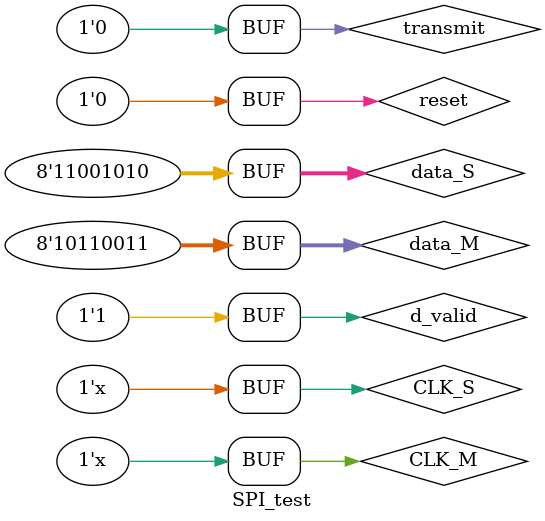
<source format=v>
module SPI_test;
reg transmit, CLK_M, CLK_S, reset, d_valid;
wire MISO;
reg [7:0] data_M;
wire MOSI, SCLK, CS, done_M;
wire [7:0] rx_M;
MASTER ins1(transmit, MISO, CLK_M, reset, d_valid, data_M, MOSI, SCLK, CS, done_M, rx_M);

reg [7:0]data_S;
wire done_S;
wire [7:0]rx_S;
SLAVE ins2(MOSI, SCLK, CS, reset, CLK_S, data_S, MISO, done_S, rx_S);

always #5 CLK_M = ~CLK_M;
always #2 CLK_S = ~CLK_S;


initial begin
CLK_M = 0;
CLK_S = 0;
reset= 1;
transmit= 0;
d_valid= 0;
data_M= 8'b0;
data_S = 8'b0;

#20 reset= 0; //S0
#10 transmit= 1; //S0
#10 data_M= 8'b10110011; //S1
    d_valid= 1;
    data_S= 8'b11001010;
#180 transmit= 0;
#10;
end
endmodule


</source>
